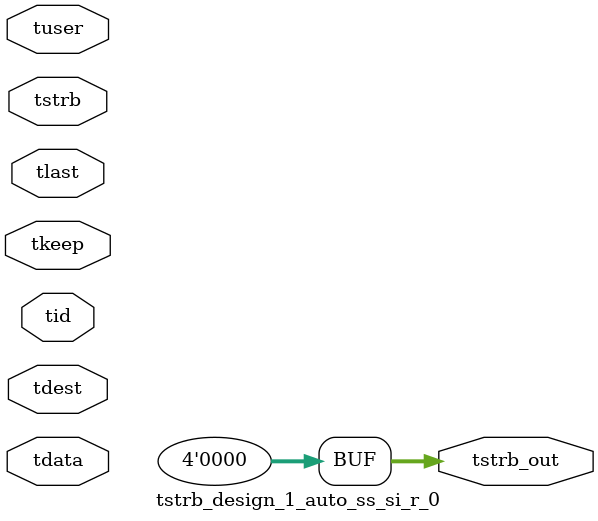
<source format=v>


`timescale 1ps/1ps

module tstrb_design_1_auto_ss_si_r_0 #
(
parameter C_S_AXIS_TDATA_WIDTH = 32,
parameter C_S_AXIS_TUSER_WIDTH = 0,
parameter C_S_AXIS_TID_WIDTH   = 0,
parameter C_S_AXIS_TDEST_WIDTH = 0,
parameter C_M_AXIS_TDATA_WIDTH = 32
)
(
input  [(C_S_AXIS_TDATA_WIDTH == 0 ? 1 : C_S_AXIS_TDATA_WIDTH)-1:0     ] tdata,
input  [(C_S_AXIS_TUSER_WIDTH == 0 ? 1 : C_S_AXIS_TUSER_WIDTH)-1:0     ] tuser,
input  [(C_S_AXIS_TID_WIDTH   == 0 ? 1 : C_S_AXIS_TID_WIDTH)-1:0       ] tid,
input  [(C_S_AXIS_TDEST_WIDTH == 0 ? 1 : C_S_AXIS_TDEST_WIDTH)-1:0     ] tdest,
input  [(C_S_AXIS_TDATA_WIDTH/8)-1:0 ] tkeep,
input  [(C_S_AXIS_TDATA_WIDTH/8)-1:0 ] tstrb,
input                                                                    tlast,
output [(C_M_AXIS_TDATA_WIDTH/8)-1:0 ] tstrb_out
);

assign tstrb_out = {1'b0};

endmodule


</source>
